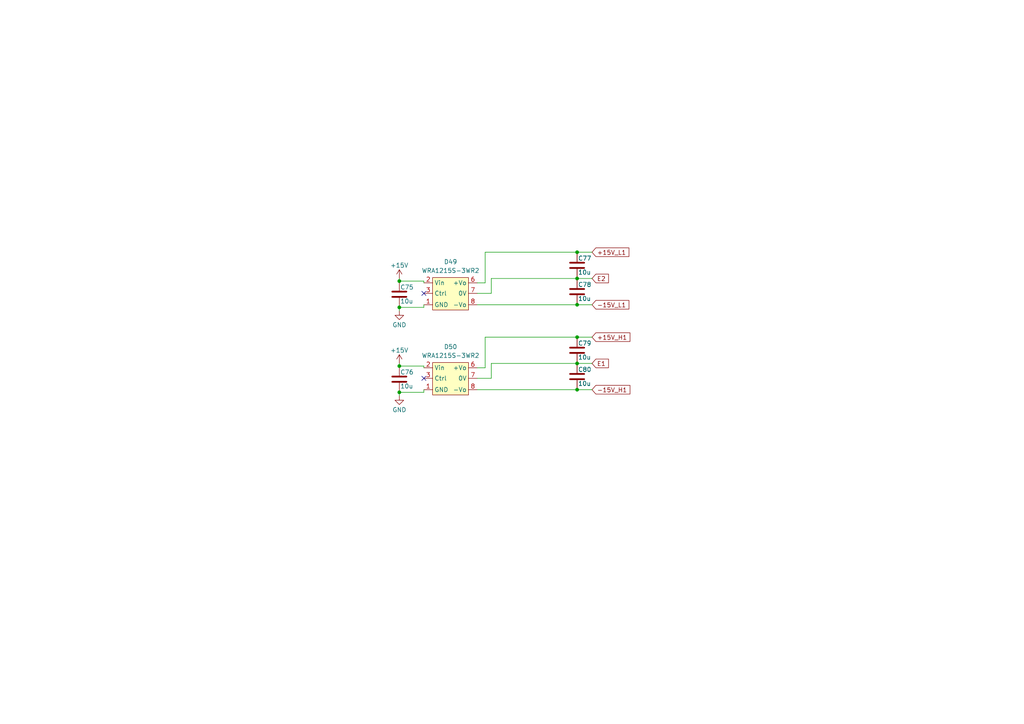
<source format=kicad_sch>
(kicad_sch (version 20211123) (generator eeschema)
  (paper "A4")
  (lib_symbols
    (symbol "Device:C" (pin_numbers hide) (pin_names (offset 0.254))
      (property "Reference" "C" (at 0.635 2.54 0))
      (property "Value" "C" (at 0.635 -2.54 0))
      (symbol "C_0_1"
        (polyline (pts (xy -2.032 -0.762) (xy 2.032 -0.762)) (stroke (width 0.508)))
        (polyline (pts (xy -2.032 0.762) (xy 2.032 0.762)) (stroke (width 0.508)))
      )
      (symbol "C_1_1"
        (pin passive line (at 0 3.81 270) (length 2.794) (name "~") (number "1"))
        (pin passive line (at 0 -3.81 90) (length 2.794) (name "~") (number "2"))
      )
    )
    (symbol "Morsun:WRA1215S-3WR2"
      (property "Reference" "D" (at 0 0 0))
      (property "Value" "WRA1215S-3WR2" (at -0.254 1.778 0))
      (symbol "WRA1215S-3WR2_0_1"
        (rectangle (start -5.334 -1.27) (end 5.08 -10.668) (fill (type background)))
      )
      (symbol "WRA1215S-3WR2_1_1"
        (pin input line (at -7.874 -9.144 0) (length 2.54) (name "GND") (number "1"))
        (pin input line (at -7.874 -2.794 0) (length 2.54) (name "Vin") (number "2"))
        (pin input line (at -7.874 -5.842 0) (length 2.54) (name "Ctrl") (number "3"))
        (pin input line (at 7.62 -2.794 180) (length 2.54) (name "+Vo") (number "6"))
        (pin input line (at 7.62 -5.842 180) (length 2.54) (name "0V") (number "7"))
        (pin input line (at 7.62 -9.144 180) (length 2.54) (name "-Vo") (number "8"))
      )
    )
    (symbol "power:+15V" (power) (pin_names (offset 0))
      (property "Value" "+15V" (at 0 3.556 0))
      (symbol "+15V_0_1"
        (polyline (pts (xy -0.762 1.27) (xy 0 2.54)))
        (polyline (pts (xy 0 0) (xy 0 2.54)))
        (polyline (pts (xy 0 2.54) (xy 0.762 1.27)))
      )
      (symbol "+15V_1_1"
        (pin power_in line (at 0 0 90) (length 0) hide (name "+15V") (number "1"))
      )
    )
    (symbol "power:GND" (power) (pin_names (offset 0))
      (property "Value" "GND" (at 0 -3.81 0))
      (symbol "GND_0_1"
        (polyline (pts (xy 0 0) (xy 0 -1.27) (xy 1.27 -1.27) (xy 0 -2.54) (xy -1.27 -1.27) (xy 0 -1.27)))
      )
      (symbol "GND_1_1"
        (pin power_in line (at 0 0 270) (length 0) hide (name "GND") (number "1"))
      )
    )
  )
  (junction (at 115.824 89.154))
  (junction (at 167.386 88.392))
  (junction (at 167.386 105.41))
  (junction (at 167.386 80.772))
  (junction (at 167.386 97.79))
  (junction (at 115.824 113.792))
  (junction (at 167.386 113.03))
  (junction (at 115.824 81.534))
  (junction (at 167.386 73.152))
  (junction (at 115.824 106.172))
  (no_connect (at 122.936 85.09))
  (no_connect (at 122.936 109.728))
  (wire (pts (xy 115.824 113.792) (xy 122.936 113.792)))
  (wire (pts (xy 138.43 85.09) (xy 142.494 85.09)))
  (wire (pts (xy 140.716 73.152) (xy 140.716 82.042)))
  (wire (pts (xy 142.494 105.41) (xy 167.386 105.41)))
  (wire (pts (xy 138.43 109.728) (xy 142.494 109.728)))
  (wire (pts (xy 167.386 80.772) (xy 171.704 80.772)))
  (wire (pts (xy 142.494 80.772) (xy 167.386 80.772)))
  (wire (pts (xy 138.43 113.03) (xy 167.386 113.03)))
  (wire (pts (xy 115.824 89.154) (xy 122.936 89.154)))
  (wire (pts (xy 115.824 80.772) (xy 115.824 81.534)))
  (wire (pts (xy 122.936 81.534) (xy 122.936 82.042)))
  (wire (pts (xy 167.386 88.392) (xy 171.704 88.392)))
  (wire (pts (xy 142.494 85.09) (xy 142.494 80.772)))
  (wire (pts (xy 167.386 113.03) (xy 171.704 113.03)))
  (wire (pts (xy 167.386 105.41) (xy 171.704 105.41)))
  (wire (pts (xy 115.824 81.534) (xy 122.936 81.534)))
  (wire (pts (xy 167.386 73.152) (xy 171.704 73.152)))
  (wire (pts (xy 122.936 106.172) (xy 122.936 106.68)))
  (wire (pts (xy 140.716 82.042) (xy 138.43 82.042)))
  (wire (pts (xy 167.386 97.79) (xy 140.716 97.79)))
  (wire (pts (xy 167.386 73.152) (xy 140.716 73.152)))
  (wire (pts (xy 122.936 89.154) (xy 122.936 88.392)))
  (wire (pts (xy 115.824 113.792) (xy 115.824 114.808)))
  (wire (pts (xy 142.494 109.728) (xy 142.494 105.41)))
  (wire (pts (xy 115.824 89.154) (xy 115.824 90.17)))
  (wire (pts (xy 138.43 88.392) (xy 167.386 88.392)))
  (wire (pts (xy 115.824 106.172) (xy 122.936 106.172)))
  (wire (pts (xy 167.386 97.79) (xy 171.704 97.79)))
  (wire (pts (xy 115.824 105.41) (xy 115.824 106.172)))
  (wire (pts (xy 140.716 97.79) (xy 140.716 106.68)))
  (wire (pts (xy 140.716 106.68) (xy 138.43 106.68)))
  (wire (pts (xy 122.936 113.792) (xy 122.936 113.03)))
  (global_label "E2" (shape input) (at 171.704 80.772 0) (property "Intersheet References" "${INTERSHEET_REFS}" (effects hide)))
  (global_label "+15V_H1" (shape input) (at 171.704 97.79 0) (property "Intersheet References" "${INTERSHEET_REFS}" (effects hide)))
  (global_label "E1" (shape input) (at 171.704 105.41 0) (property "Intersheet References" "${INTERSHEET_REFS}" (effects hide)))
  (global_label "-15V_H1" (shape input) (at 171.704 113.03 0) (property "Intersheet References" "${INTERSHEET_REFS}" (effects hide)))
  (global_label "-15V_L1" (shape input) (at 171.704 88.392 0) (property "Intersheet References" "${INTERSHEET_REFS}" (effects hide)))
  (global_label "+15V_L1" (shape input) (at 171.704 73.152 0) (property "Intersheet References" "${INTERSHEET_REFS}" (effects hide)))
  (symbol (lib_id "Device:C") (at 167.386 101.6 0) (unit 1)
    (property "Reference" "C79" (at 167.64 99.568 0) (effects (justify left)))
    (property "Value" "10u" (at 167.64 103.632 0) (effects (justify left)))
    (property "Footprint" "Capacitor_SMD:C_1210_3225Metric_Pad1.33x2.70mm_HandSolder" (effects hide))
  )
  (symbol (lib_id "Device:C") (at 115.824 85.344 0) (unit 1)
    (property "Reference" "C75" (at 116.078 83.312 0) (effects (justify left)))
    (property "Value" "10u" (at 116.078 87.376 0) (effects (justify left)))
    (property "Footprint" "Capacitor_SMD:C_1210_3225Metric_Pad1.33x2.70mm_HandSolder" (effects hide))
  )
  (symbol (lib_id "Device:C") (at 167.386 84.582 0) (unit 1)
    (property "Reference" "C78" (at 167.64 82.55 0) (effects (justify left)))
    (property "Value" "10u" (at 167.64 86.614 0) (effects (justify left)))
    (property "Footprint" "Capacitor_SMD:C_1210_3225Metric_Pad1.33x2.70mm_HandSolder" (effects hide))
  )
  (symbol (lib_id "power:GND") (at 115.824 90.17 0) (unit 1)
    (property "Reference" "#PWR0204" (effects hide))
    (property "Value" "GND" (at 113.792 94.234 0) (effects (justify left)))
  )
  (symbol (lib_id "Device:C") (at 167.386 109.22 0) (unit 1)
    (property "Reference" "C80" (at 167.64 107.188 0) (effects (justify left)))
    (property "Value" "10u" (at 167.64 111.252 0) (effects (justify left)))
    (property "Footprint" "Capacitor_SMD:C_1210_3225Metric_Pad1.33x2.70mm_HandSolder" (effects hide))
  )
  (symbol (lib_id "Morsun:WRA1215S-3WR2") (at 130.81 79.248 0) (unit 1)
    (property "Reference" "D49" (at 130.683 75.946 0))
    (property "Value" "WRA1215S-3WR2" (at 130.683 78.486 0))
    (property "Footprint" "Mornsun:WRA1215S-3WR2" (effects hide))
  )
  (symbol (lib_id "power:GND") (at 115.824 114.808 0) (unit 1)
    (property "Reference" "#PWR0206" (effects hide))
    (property "Value" "GND" (at 113.792 118.872 0) (effects (justify left)))
  )
  (symbol (lib_id "Device:C") (at 115.824 109.982 0) (unit 1)
    (property "Reference" "C76" (at 116.078 107.95 0) (effects (justify left)))
    (property "Value" "10u" (at 116.078 112.014 0) (effects (justify left)))
    (property "Footprint" "Capacitor_SMD:C_1210_3225Metric_Pad1.33x2.70mm_HandSolder" (effects hide))
  )
  (symbol (lib_id "Device:C") (at 167.386 76.962 0) (unit 1)
    (property "Reference" "C77" (at 167.64 74.93 0) (effects (justify left)))
    (property "Value" "10u" (at 167.64 78.994 0) (effects (justify left)))
    (property "Footprint" "Capacitor_SMD:C_1210_3225Metric_Pad1.33x2.70mm_HandSolder" (effects hide))
  )
  (symbol (lib_id "power:+15V") (at 115.824 105.41 0) (unit 1)
    (property "Reference" "#PWR0205" (effects hide))
    (property "Value" "+15V" (at 115.824 101.6 0))
  )
  (symbol (lib_id "power:+15V") (at 115.824 80.772 0) (unit 1)
    (property "Reference" "#PWR0203" (effects hide))
    (property "Value" "+15V" (at 115.824 76.962 0))
  )
  (symbol (lib_id "Morsun:WRA1215S-3WR2") (at 130.81 103.886 0) (unit 1)
    (property "Reference" "D50" (at 130.683 100.584 0))
    (property "Value" "WRA1215S-3WR2" (at 130.683 103.124 0))
    (property "Footprint" "Mornsun:WRA1215S-3WR2" (effects hide))
  )
)
</source>
